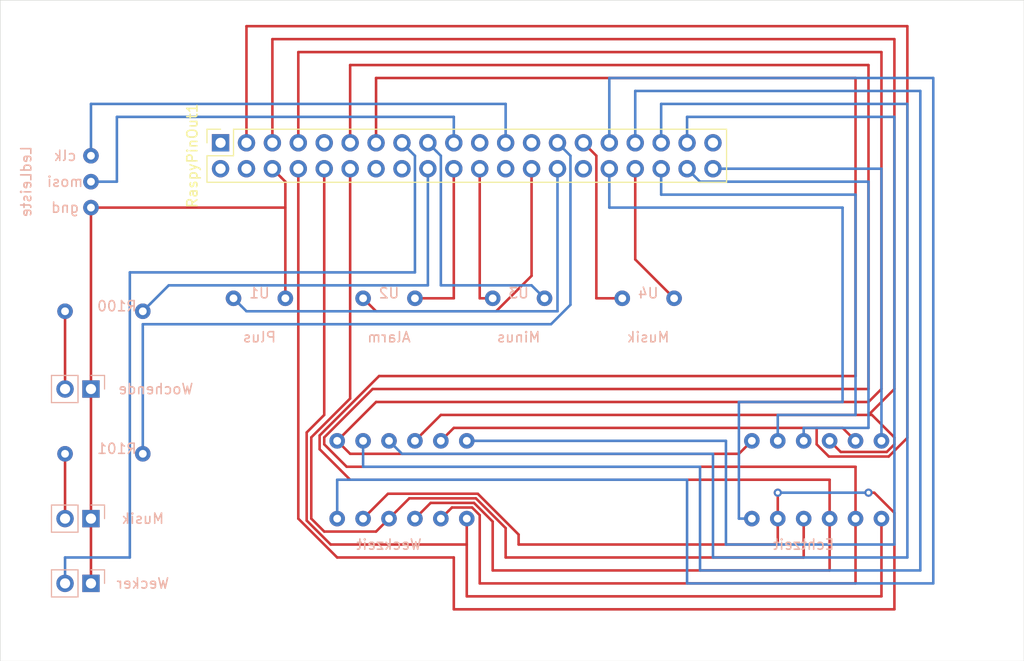
<source format=kicad_pcb>
(kicad_pcb (version 20171130) (host pcbnew 5.1.6)

  (general
    (thickness 1.6)
    (drawings 16)
    (tracks 211)
    (zones 0)
    (modules 13)
    (nets 36)
  )

  (page A4)
  (layers
    (0 F.Cu signal)
    (31 B.Cu signal)
    (32 B.Adhes user)
    (33 F.Adhes user)
    (34 B.Paste user)
    (35 F.Paste user)
    (36 B.SilkS user)
    (37 F.SilkS user)
    (38 B.Mask user)
    (39 F.Mask user)
    (40 Dwgs.User user)
    (41 Cmts.User user)
    (42 Eco1.User user)
    (43 Eco2.User user)
    (44 Edge.Cuts user)
    (45 Margin user)
    (46 B.CrtYd user)
    (47 F.CrtYd user)
    (48 B.Fab user)
    (49 F.Fab user)
  )

  (setup
    (last_trace_width 0.25)
    (trace_clearance 0.2)
    (zone_clearance 0.508)
    (zone_45_only no)
    (trace_min 0.2)
    (via_size 0.8)
    (via_drill 0.4)
    (via_min_size 0.4)
    (via_min_drill 0.3)
    (uvia_size 0.3)
    (uvia_drill 0.1)
    (uvias_allowed no)
    (uvia_min_size 0.2)
    (uvia_min_drill 0.1)
    (edge_width 0.05)
    (segment_width 0.2)
    (pcb_text_width 0.3)
    (pcb_text_size 1.5 1.5)
    (mod_edge_width 0.12)
    (mod_text_size 1 1)
    (mod_text_width 0.15)
    (pad_size 1.524 1.524)
    (pad_drill 0.762)
    (pad_to_mask_clearance 0.051)
    (solder_mask_min_width 0.25)
    (aux_axis_origin 0 0)
    (visible_elements FFFFFF7F)
    (pcbplotparams
      (layerselection 0x010fc_ffffffff)
      (usegerberextensions false)
      (usegerberattributes false)
      (usegerberadvancedattributes false)
      (creategerberjobfile false)
      (excludeedgelayer true)
      (linewidth 0.100000)
      (plotframeref false)
      (viasonmask false)
      (mode 1)
      (useauxorigin false)
      (hpglpennumber 1)
      (hpglpenspeed 20)
      (hpglpendiameter 15.000000)
      (psnegative false)
      (psa4output false)
      (plotreference true)
      (plotvalue true)
      (plotinvisibletext false)
      (padsonsilk false)
      (subtractmaskfromsilk false)
      (outputformat 1)
      (mirror false)
      (drillshape 0)
      (scaleselection 1)
      (outputdirectory ""))
  )

  (net 0 "")
  (net 1 "Net-(RaspyPinOut1-Pad40)")
  (net 2 "Net-(RaspyPinOut1-Pad38)")
  (net 3 "Net-(RaspyPinOut1-Pad36)")
  (net 4 "Net-(RaspyPinOut1-Pad32)")
  (net 5 "Net-(RaspyPinOut1-Pad29)")
  (net 6 "Net-(RaspyPinOut1-Pad28)")
  (net 7 "Net-(RaspyPinOut1-Pad26)")
  (net 8 "Net-(RaspyPinOut1-Pad24)")
  (net 9 "Net-(RaspyPinOut1-Pad22)")
  (net 10 "Net-(RaspyPinOut1-Pad21)")
  (net 11 "Net-(RaspyPinOut1-Pad17)")
  (net 12 "Net-(RaspyPinOut1-Pad16)")
  (net 13 "Net-(RaspyPinOut1-Pad15)")
  (net 14 "Net-(RaspyPinOut1-Pad4)")
  (net 15 "Net-(RaspyPinOut1-Pad2)")
  (net 16 "Net-(RaspyPinOut1-Pad1)")
  (net 17 "Net-(AlarmTime1-Pad12)")
  (net 18 "Net-(AlarmTime1-Pad11)")
  (net 19 "Net-(AlarmTime1-Pad10)")
  (net 20 "Net-(AlarmTime1-Pad9)")
  (net 21 "Net-(AlarmTime1-Pad8)")
  (net 22 "Net-(AlarmTime1-Pad7)")
  (net 23 "Net-(AlarmTime1-Pad6)")
  (net 24 "Net-(AlarmTime1-Pad5)")
  (net 25 "Net-(AlarmTime1-Pad4)")
  (net 26 "Net-(AlarmTime1-Pad3)")
  (net 27 "Net-(AlarmTime1-Pad2)")
  (net 28 "Net-(AlarmTime1-Pad1)")
  (net 29 "Net-(R101-Pad1)")
  (net 30 "Net-(R100-Pad2)")
  (net 31 "Net-(R100-Pad1)")
  (net 32 "Net-(R101-Pad2)")
  (net 33 /gnd)
  (net 34 /mosi)
  (net 35 /clk)

  (net_class Default "Dies ist die voreingestellte Netzklasse."
    (clearance 0.2)
    (trace_width 0.25)
    (via_dia 0.8)
    (via_drill 0.4)
    (uvia_dia 0.3)
    (uvia_drill 0.1)
    (add_net /clk)
    (add_net /gnd)
    (add_net /mosi)
    (add_net "Net-(AlarmTime1-Pad1)")
    (add_net "Net-(AlarmTime1-Pad10)")
    (add_net "Net-(AlarmTime1-Pad11)")
    (add_net "Net-(AlarmTime1-Pad12)")
    (add_net "Net-(AlarmTime1-Pad2)")
    (add_net "Net-(AlarmTime1-Pad3)")
    (add_net "Net-(AlarmTime1-Pad4)")
    (add_net "Net-(AlarmTime1-Pad5)")
    (add_net "Net-(AlarmTime1-Pad6)")
    (add_net "Net-(AlarmTime1-Pad7)")
    (add_net "Net-(AlarmTime1-Pad8)")
    (add_net "Net-(AlarmTime1-Pad9)")
    (add_net "Net-(R100-Pad1)")
    (add_net "Net-(R100-Pad2)")
    (add_net "Net-(R101-Pad1)")
    (add_net "Net-(R101-Pad2)")
    (add_net "Net-(RaspyPinOut1-Pad1)")
    (add_net "Net-(RaspyPinOut1-Pad15)")
    (add_net "Net-(RaspyPinOut1-Pad16)")
    (add_net "Net-(RaspyPinOut1-Pad17)")
    (add_net "Net-(RaspyPinOut1-Pad2)")
    (add_net "Net-(RaspyPinOut1-Pad21)")
    (add_net "Net-(RaspyPinOut1-Pad22)")
    (add_net "Net-(RaspyPinOut1-Pad24)")
    (add_net "Net-(RaspyPinOut1-Pad26)")
    (add_net "Net-(RaspyPinOut1-Pad28)")
    (add_net "Net-(RaspyPinOut1-Pad29)")
    (add_net "Net-(RaspyPinOut1-Pad32)")
    (add_net "Net-(RaspyPinOut1-Pad36)")
    (add_net "Net-(RaspyPinOut1-Pad38)")
    (add_net "Net-(RaspyPinOut1-Pad4)")
    (add_net "Net-(RaspyPinOut1-Pad40)")
  )

  (module alarm:button (layer B.Cu) (tedit 5EE3C19D) (tstamp 5EE42AB5)
    (at 133.35 76.2)
    (path /5EEECDFB)
    (fp_text reference U1 (at 0 -0.5) (layer B.SilkS)
      (effects (font (size 1 1) (thickness 0.15)) (justify mirror))
    )
    (fp_text value add (at 0 0.5) (layer B.Fab)
      (effects (font (size 1 1) (thickness 0.15)) (justify mirror))
    )
    (fp_line (start 5.08 -7.62) (end 5.08 2.54) (layer B.Fab) (width 0.12))
    (fp_line (start -5.08 -7.62) (end 5.08 -7.62) (layer B.Fab) (width 0.12))
    (fp_line (start -5.08 2.54) (end -5.08 -7.62) (layer B.Fab) (width 0.12))
    (fp_line (start 5.08 2.54) (end -5.08 2.54) (layer B.Fab) (width 0.12))
    (pad 1 thru_hole circle (at -2.54 0) (size 1.524 1.524) (drill 0.762) (layers *.Cu *.Mask)
      (net 6 "Net-(RaspyPinOut1-Pad28)"))
    (pad 2 thru_hole circle (at 2.54 0) (size 1.524 1.524) (drill 0.762) (layers *.Cu *.Mask)
      (net 33 /gnd))
  )

  (module Connector_PinSocket_2.54mm:PinSocket_1x02_P2.54mm_Vertical (layer B.Cu) (tedit 5A19A420) (tstamp 5EE42177)
    (at 116.84 104.14 90)
    (descr "Through hole straight socket strip, 1x02, 2.54mm pitch, single row (from Kicad 4.0.7), script generated")
    (tags "Through hole socket strip THT 1x02 2.54mm single row")
    (path /5EE895DD)
    (fp_text reference Wecker (at 0 5.08 180) (layer B.SilkS)
      (effects (font (size 1 1) (thickness 0.15)) (justify mirror))
    )
    (fp_text value LED (at 0 -5.31 90) (layer B.Fab)
      (effects (font (size 1 1) (thickness 0.15)) (justify mirror))
    )
    (fp_line (start -1.8 -4.3) (end -1.8 1.8) (layer B.CrtYd) (width 0.05))
    (fp_line (start 1.75 -4.3) (end -1.8 -4.3) (layer B.CrtYd) (width 0.05))
    (fp_line (start 1.75 1.8) (end 1.75 -4.3) (layer B.CrtYd) (width 0.05))
    (fp_line (start -1.8 1.8) (end 1.75 1.8) (layer B.CrtYd) (width 0.05))
    (fp_line (start 0 1.33) (end 1.33 1.33) (layer B.SilkS) (width 0.12))
    (fp_line (start 1.33 1.33) (end 1.33 0) (layer B.SilkS) (width 0.12))
    (fp_line (start 1.33 -1.27) (end 1.33 -3.87) (layer B.SilkS) (width 0.12))
    (fp_line (start -1.33 -3.87) (end 1.33 -3.87) (layer B.SilkS) (width 0.12))
    (fp_line (start -1.33 -1.27) (end -1.33 -3.87) (layer B.SilkS) (width 0.12))
    (fp_line (start -1.33 -1.27) (end 1.33 -1.27) (layer B.SilkS) (width 0.12))
    (fp_line (start -1.27 -3.81) (end -1.27 1.27) (layer B.Fab) (width 0.1))
    (fp_line (start 1.27 -3.81) (end -1.27 -3.81) (layer B.Fab) (width 0.1))
    (fp_line (start 1.27 0.635) (end 1.27 -3.81) (layer B.Fab) (width 0.1))
    (fp_line (start 0.635 1.27) (end 1.27 0.635) (layer B.Fab) (width 0.1))
    (fp_line (start -1.27 1.27) (end 0.635 1.27) (layer B.Fab) (width 0.1))
    (fp_text user %R (at 0 -1.27 180) (layer B.Fab)
      (effects (font (size 1 1) (thickness 0.15)) (justify mirror))
    )
    (pad 1 thru_hole rect (at 0 0 90) (size 1.7 1.7) (drill 1) (layers *.Cu *.Mask)
      (net 33 /gnd))
    (pad 2 thru_hole oval (at 0 -2.54 90) (size 1.7 1.7) (drill 1) (layers *.Cu *.Mask)
      (net 13 "Net-(RaspyPinOut1-Pad15)"))
    (model ${KISYS3DMOD}/Connector_PinSocket_2.54mm.3dshapes/PinSocket_1x02_P2.54mm_Vertical.wrl
      (at (xyz 0 0 0))
      (scale (xyz 1 1 1))
      (rotate (xyz 0 0 0))
    )
  )

  (module alarm:7_Segment_2841A (layer B.Cu) (tedit 5EE1ED76) (tstamp 5EE4218B)
    (at 146.05 95.25 180)
    (path /5EE3A0C5)
    (fp_text reference Weckzeit (at 0 -5.08) (layer B.SilkS)
      (effects (font (size 1 1) (thickness 0.15)) (justify mirror))
    )
    (fp_text value 7Segment_2841 (at 0 0.5 180) (layer B.Fab)
      (effects (font (size 1 1) (thickness 0.15)) (justify mirror))
    )
    (fp_line (start -17.78 -3.81) (end 15.24 -3.81) (layer B.Fab) (width 0.12))
    (fp_line (start 15.24 6.35) (end -17.78 6.35) (layer B.Fab) (width 0.12))
    (fp_line (start -17.78 6.35) (end -17.78 -3.81) (layer B.Fab) (width 0.12))
    (fp_line (start 15.24 -3.81) (end 15.24 6.35) (layer B.Fab) (width 0.12))
    (pad 12 thru_hole circle (at 5.08 5.08 180) (size 1.524 1.524) (drill 0.762) (layers *.Cu *.Mask)
      (net 17 "Net-(AlarmTime1-Pad12)"))
    (pad 11 thru_hole circle (at 2.54 5.08 180) (size 1.524 1.524) (drill 0.762) (layers *.Cu *.Mask)
      (net 18 "Net-(AlarmTime1-Pad11)"))
    (pad 10 thru_hole circle (at 0 5.08 180) (size 1.524 1.524) (drill 0.762) (layers *.Cu *.Mask)
      (net 19 "Net-(AlarmTime1-Pad10)"))
    (pad 9 thru_hole circle (at -2.54 5.08 180) (size 1.524 1.524) (drill 0.762) (layers *.Cu *.Mask)
      (net 20 "Net-(AlarmTime1-Pad9)"))
    (pad 8 thru_hole circle (at -5.08 5.08 180) (size 1.524 1.524) (drill 0.762) (layers *.Cu *.Mask)
      (net 21 "Net-(AlarmTime1-Pad8)"))
    (pad 7 thru_hole circle (at -7.62 5.08 180) (size 1.524 1.524) (drill 0.762) (layers *.Cu *.Mask)
      (net 22 "Net-(AlarmTime1-Pad7)"))
    (pad 6 thru_hole circle (at 5.08 -2.54 180) (size 1.524 1.524) (drill 0.762) (layers *.Cu *.Mask)
      (net 23 "Net-(AlarmTime1-Pad6)"))
    (pad 5 thru_hole circle (at 2.54 -2.54 180) (size 1.524 1.524) (drill 0.762) (layers *.Cu *.Mask)
      (net 24 "Net-(AlarmTime1-Pad5)"))
    (pad 4 thru_hole circle (at 0 -2.54 180) (size 1.524 1.524) (drill 0.762) (layers *.Cu *.Mask)
      (net 25 "Net-(AlarmTime1-Pad4)"))
    (pad 3 thru_hole circle (at -2.54 -2.54 180) (size 1.524 1.524) (drill 0.762) (layers *.Cu *.Mask)
      (net 26 "Net-(AlarmTime1-Pad3)"))
    (pad 2 thru_hole circle (at -5.08 -2.54 180) (size 1.524 1.524) (drill 0.762) (layers *.Cu *.Mask)
      (net 27 "Net-(AlarmTime1-Pad2)"))
    (pad 1 thru_hole circle (at -7.62 -2.54 180) (size 1.524 1.524) (drill 0.762) (layers *.Cu *.Mask)
      (net 28 "Net-(AlarmTime1-Pad1)"))
  )

  (module Connector_PinSocket_2.54mm:PinSocket_1x02_P2.54mm_Vertical (layer B.Cu) (tedit 5A19A420) (tstamp 5EE421A1)
    (at 116.84 97.79 90)
    (descr "Through hole straight socket strip, 1x02, 2.54mm pitch, single row (from Kicad 4.0.7), script generated")
    (tags "Through hole socket strip THT 1x02 2.54mm single row")
    (path /5EE880D1)
    (fp_text reference Musik (at 0 5.08 180) (layer B.SilkS)
      (effects (font (size 1 1) (thickness 0.15)) (justify mirror))
    )
    (fp_text value LED (at 0 -5.31 90) (layer B.Fab)
      (effects (font (size 1 1) (thickness 0.15)) (justify mirror))
    )
    (fp_line (start -1.8 -4.3) (end -1.8 1.8) (layer B.CrtYd) (width 0.05))
    (fp_line (start 1.75 -4.3) (end -1.8 -4.3) (layer B.CrtYd) (width 0.05))
    (fp_line (start 1.75 1.8) (end 1.75 -4.3) (layer B.CrtYd) (width 0.05))
    (fp_line (start -1.8 1.8) (end 1.75 1.8) (layer B.CrtYd) (width 0.05))
    (fp_line (start 0 1.33) (end 1.33 1.33) (layer B.SilkS) (width 0.12))
    (fp_line (start 1.33 1.33) (end 1.33 0) (layer B.SilkS) (width 0.12))
    (fp_line (start 1.33 -1.27) (end 1.33 -3.87) (layer B.SilkS) (width 0.12))
    (fp_line (start -1.33 -3.87) (end 1.33 -3.87) (layer B.SilkS) (width 0.12))
    (fp_line (start -1.33 -1.27) (end -1.33 -3.87) (layer B.SilkS) (width 0.12))
    (fp_line (start -1.33 -1.27) (end 1.33 -1.27) (layer B.SilkS) (width 0.12))
    (fp_line (start -1.27 -3.81) (end -1.27 1.27) (layer B.Fab) (width 0.1))
    (fp_line (start 1.27 -3.81) (end -1.27 -3.81) (layer B.Fab) (width 0.1))
    (fp_line (start 1.27 0.635) (end 1.27 -3.81) (layer B.Fab) (width 0.1))
    (fp_line (start 0.635 1.27) (end 1.27 0.635) (layer B.Fab) (width 0.1))
    (fp_line (start -1.27 1.27) (end 0.635 1.27) (layer B.Fab) (width 0.1))
    (fp_text user %R (at 0 -1.27 180) (layer B.Fab)
      (effects (font (size 1 1) (thickness 0.15)) (justify mirror))
    )
    (pad 1 thru_hole rect (at 0 0 90) (size 1.7 1.7) (drill 1) (layers *.Cu *.Mask)
      (net 33 /gnd))
    (pad 2 thru_hole oval (at 0 -2.54 90) (size 1.7 1.7) (drill 1) (layers *.Cu *.Mask)
      (net 29 "Net-(R101-Pad1)"))
    (model ${KISYS3DMOD}/Connector_PinSocket_2.54mm.3dshapes/PinSocket_1x02_P2.54mm_Vertical.wrl
      (at (xyz 0 0 0))
      (scale (xyz 1 1 1))
      (rotate (xyz 0 0 0))
    )
  )

  (module alarm:resistor (layer B.Cu) (tedit 5EE3C205) (tstamp 5EE421AB)
    (at 119.38 77.47)
    (path /5EECD52E)
    (fp_text reference R100 (at 0 -0.5) (layer B.SilkS)
      (effects (font (size 1 1) (thickness 0.15)) (justify mirror))
    )
    (fp_text value Resitor (at 0 5.08) (layer B.Fab)
      (effects (font (size 1 1) (thickness 0.15)) (justify mirror))
    )
    (fp_line (start -7.62 -2.54) (end 5.08 -2.54) (layer B.Fab) (width 0.12))
    (fp_line (start -7.62 2.54) (end -7.62 -2.54) (layer B.Fab) (width 0.12))
    (fp_line (start 5.08 2.54) (end -7.62 2.54) (layer B.Fab) (width 0.12))
    (fp_line (start 5.08 -2.54) (end 5.08 2.54) (layer B.Fab) (width 0.12))
    (pad 1 thru_hole circle (at -5.08 0) (size 1.524 1.524) (drill 0.762) (layers *.Cu *.Mask)
      (net 31 "Net-(R100-Pad1)"))
    (pad 2 thru_hole circle (at 2.54 0) (size 1.524 1.524) (drill 0.762) (layers *.Cu *.Mask)
      (net 30 "Net-(R100-Pad2)"))
  )

  (module alarm:resistor (layer B.Cu) (tedit 5EE3C205) (tstamp 5EE421B5)
    (at 119.38 91.44)
    (path /5EEE003A)
    (fp_text reference R101 (at 0 -0.5) (layer B.SilkS)
      (effects (font (size 1 1) (thickness 0.15)) (justify mirror))
    )
    (fp_text value Resitor (at 0 5.08 270) (layer B.Fab)
      (effects (font (size 1 1) (thickness 0.15)) (justify mirror))
    )
    (fp_line (start 5.08 -2.54) (end 5.08 2.54) (layer B.Fab) (width 0.12))
    (fp_line (start 5.08 2.54) (end -7.62 2.54) (layer B.Fab) (width 0.12))
    (fp_line (start -7.62 2.54) (end -7.62 -2.54) (layer B.Fab) (width 0.12))
    (fp_line (start -7.62 -2.54) (end 5.08 -2.54) (layer B.Fab) (width 0.12))
    (pad 2 thru_hole circle (at 2.54 0) (size 1.524 1.524) (drill 0.762) (layers *.Cu *.Mask)
      (net 32 "Net-(R101-Pad2)"))
    (pad 1 thru_hole circle (at -5.08 0) (size 1.524 1.524) (drill 0.762) (layers *.Cu *.Mask)
      (net 29 "Net-(R101-Pad1)"))
  )

  (module Connector_PinSocket_2.54mm:PinSocket_2x20_P2.54mm_Vertical (layer F.Cu) (tedit 5A19A433) (tstamp 5EE421F3)
    (at 129.54 60.96 90)
    (descr "Through hole straight socket strip, 2x20, 2.54mm pitch, double cols (from Kicad 4.0.7), script generated")
    (tags "Through hole socket strip THT 2x20 2.54mm double row")
    (path /5EDBD8F7)
    (fp_text reference RaspyPinOut1 (at -1.27 -2.77 90) (layer F.SilkS)
      (effects (font (size 1 1) (thickness 0.15)))
    )
    (fp_text value Raspberry_Pi_2_3 (at -1.27 51.03 90) (layer F.Fab)
      (effects (font (size 1 1) (thickness 0.15)))
    )
    (fp_line (start -4.34 50) (end -4.34 -1.8) (layer F.CrtYd) (width 0.05))
    (fp_line (start 1.76 50) (end -4.34 50) (layer F.CrtYd) (width 0.05))
    (fp_line (start 1.76 -1.8) (end 1.76 50) (layer F.CrtYd) (width 0.05))
    (fp_line (start -4.34 -1.8) (end 1.76 -1.8) (layer F.CrtYd) (width 0.05))
    (fp_line (start 0 -1.33) (end 1.33 -1.33) (layer F.SilkS) (width 0.12))
    (fp_line (start 1.33 -1.33) (end 1.33 0) (layer F.SilkS) (width 0.12))
    (fp_line (start -1.27 -1.33) (end -1.27 1.27) (layer F.SilkS) (width 0.12))
    (fp_line (start -1.27 1.27) (end 1.33 1.27) (layer F.SilkS) (width 0.12))
    (fp_line (start 1.33 1.27) (end 1.33 49.59) (layer F.SilkS) (width 0.12))
    (fp_line (start -3.87 49.59) (end 1.33 49.59) (layer F.SilkS) (width 0.12))
    (fp_line (start -3.87 -1.33) (end -3.87 49.59) (layer F.SilkS) (width 0.12))
    (fp_line (start -3.87 -1.33) (end -1.27 -1.33) (layer F.SilkS) (width 0.12))
    (fp_line (start -3.81 49.53) (end -3.81 -1.27) (layer F.Fab) (width 0.1))
    (fp_line (start 1.27 49.53) (end -3.81 49.53) (layer F.Fab) (width 0.1))
    (fp_line (start 1.27 -0.27) (end 1.27 49.53) (layer F.Fab) (width 0.1))
    (fp_line (start 0.27 -1.27) (end 1.27 -0.27) (layer F.Fab) (width 0.1))
    (fp_line (start -3.81 -1.27) (end 0.27 -1.27) (layer F.Fab) (width 0.1))
    (fp_text user %R (at -1.27 24.13) (layer F.Fab)
      (effects (font (size 1 1) (thickness 0.15)))
    )
    (pad 1 thru_hole rect (at 0 0 90) (size 1.7 1.7) (drill 1) (layers *.Cu *.Mask)
      (net 16 "Net-(RaspyPinOut1-Pad1)"))
    (pad 2 thru_hole oval (at -2.54 0 90) (size 1.7 1.7) (drill 1) (layers *.Cu *.Mask)
      (net 15 "Net-(RaspyPinOut1-Pad2)"))
    (pad 3 thru_hole oval (at 0 2.54 90) (size 1.7 1.7) (drill 1) (layers *.Cu *.Mask)
      (net 21 "Net-(AlarmTime1-Pad8)"))
    (pad 4 thru_hole oval (at -2.54 2.54 90) (size 1.7 1.7) (drill 1) (layers *.Cu *.Mask)
      (net 14 "Net-(RaspyPinOut1-Pad4)"))
    (pad 5 thru_hole oval (at 0 5.08 90) (size 1.7 1.7) (drill 1) (layers *.Cu *.Mask)
      (net 20 "Net-(AlarmTime1-Pad9)"))
    (pad 6 thru_hole oval (at -2.54 5.08 90) (size 1.7 1.7) (drill 1) (layers *.Cu *.Mask)
      (net 33 /gnd))
    (pad 7 thru_hole oval (at 0 7.62 90) (size 1.7 1.7) (drill 1) (layers *.Cu *.Mask)
      (net 17 "Net-(AlarmTime1-Pad12)"))
    (pad 8 thru_hole oval (at -2.54 7.62 90) (size 1.7 1.7) (drill 1) (layers *.Cu *.Mask)
      (net 24 "Net-(AlarmTime1-Pad5)"))
    (pad 9 thru_hole oval (at 0 10.16 90) (size 1.7 1.7) (drill 1) (layers *.Cu *.Mask)
      (net 33 /gnd))
    (pad 10 thru_hole oval (at -2.54 10.16 90) (size 1.7 1.7) (drill 1) (layers *.Cu *.Mask)
      (net 28 "Net-(AlarmTime1-Pad1)"))
    (pad 11 thru_hole oval (at 0 12.7 90) (size 1.7 1.7) (drill 1) (layers *.Cu *.Mask)
      (net 27 "Net-(AlarmTime1-Pad2)"))
    (pad 12 thru_hole oval (at -2.54 12.7 90) (size 1.7 1.7) (drill 1) (layers *.Cu *.Mask)
      (net 25 "Net-(AlarmTime1-Pad4)"))
    (pad 13 thru_hole oval (at 0 15.24 90) (size 1.7 1.7) (drill 1) (layers *.Cu *.Mask)
      (net 26 "Net-(AlarmTime1-Pad3)"))
    (pad 14 thru_hole oval (at -2.54 15.24 90) (size 1.7 1.7) (drill 1) (layers *.Cu *.Mask)
      (net 33 /gnd))
    (pad 15 thru_hole oval (at 0 17.78 90) (size 1.7 1.7) (drill 1) (layers *.Cu *.Mask)
      (net 13 "Net-(RaspyPinOut1-Pad15)"))
    (pad 16 thru_hole oval (at -2.54 17.78 90) (size 1.7 1.7) (drill 1) (layers *.Cu *.Mask)
      (net 12 "Net-(RaspyPinOut1-Pad16)"))
    (pad 17 thru_hole oval (at 0 20.32 90) (size 1.7 1.7) (drill 1) (layers *.Cu *.Mask)
      (net 11 "Net-(RaspyPinOut1-Pad17)"))
    (pad 18 thru_hole oval (at -2.54 20.32 90) (size 1.7 1.7) (drill 1) (layers *.Cu *.Mask)
      (net 30 "Net-(R100-Pad2)"))
    (pad 19 thru_hole oval (at 0 22.86 90) (size 1.7 1.7) (drill 1) (layers *.Cu *.Mask)
      (net 34 /mosi))
    (pad 20 thru_hole oval (at -2.54 22.86 90) (size 1.7 1.7) (drill 1) (layers *.Cu *.Mask)
      (net 33 /gnd))
    (pad 21 thru_hole oval (at 0 25.4 90) (size 1.7 1.7) (drill 1) (layers *.Cu *.Mask)
      (net 10 "Net-(RaspyPinOut1-Pad21)"))
    (pad 22 thru_hole oval (at -2.54 25.4 90) (size 1.7 1.7) (drill 1) (layers *.Cu *.Mask)
      (net 9 "Net-(RaspyPinOut1-Pad22)"))
    (pad 23 thru_hole oval (at 0 27.94 90) (size 1.7 1.7) (drill 1) (layers *.Cu *.Mask)
      (net 35 /clk))
    (pad 24 thru_hole oval (at -2.54 27.94 90) (size 1.7 1.7) (drill 1) (layers *.Cu *.Mask)
      (net 8 "Net-(RaspyPinOut1-Pad24)"))
    (pad 25 thru_hole oval (at 0 30.48 90) (size 1.7 1.7) (drill 1) (layers *.Cu *.Mask)
      (net 33 /gnd))
    (pad 26 thru_hole oval (at -2.54 30.48 90) (size 1.7 1.7) (drill 1) (layers *.Cu *.Mask)
      (net 7 "Net-(RaspyPinOut1-Pad26)"))
    (pad 27 thru_hole oval (at 0 33.02 90) (size 1.7 1.7) (drill 1) (layers *.Cu *.Mask)
      (net 32 "Net-(R101-Pad2)"))
    (pad 28 thru_hole oval (at -2.54 33.02 90) (size 1.7 1.7) (drill 1) (layers *.Cu *.Mask)
      (net 6 "Net-(RaspyPinOut1-Pad28)"))
    (pad 29 thru_hole oval (at 0 35.56 90) (size 1.7 1.7) (drill 1) (layers *.Cu *.Mask)
      (net 5 "Net-(RaspyPinOut1-Pad29)"))
    (pad 30 thru_hole oval (at -2.54 35.56 90) (size 1.7 1.7) (drill 1) (layers *.Cu *.Mask)
      (net 33 /gnd))
    (pad 31 thru_hole oval (at 0 38.1 90) (size 1.7 1.7) (drill 1) (layers *.Cu *.Mask)
      (net 23 "Net-(AlarmTime1-Pad6)"))
    (pad 32 thru_hole oval (at -2.54 38.1 90) (size 1.7 1.7) (drill 1) (layers *.Cu *.Mask)
      (net 4 "Net-(RaspyPinOut1-Pad32)"))
    (pad 33 thru_hole oval (at 0 40.64 90) (size 1.7 1.7) (drill 1) (layers *.Cu *.Mask)
      (net 18 "Net-(AlarmTime1-Pad11)"))
    (pad 34 thru_hole oval (at -2.54 40.64 90) (size 1.7 1.7) (drill 1) (layers *.Cu *.Mask)
      (net 33 /gnd))
    (pad 35 thru_hole oval (at 0 43.18 90) (size 1.7 1.7) (drill 1) (layers *.Cu *.Mask)
      (net 19 "Net-(AlarmTime1-Pad10)"))
    (pad 36 thru_hole oval (at -2.54 43.18 90) (size 1.7 1.7) (drill 1) (layers *.Cu *.Mask)
      (net 3 "Net-(RaspyPinOut1-Pad36)"))
    (pad 37 thru_hole oval (at 0 45.72 90) (size 1.7 1.7) (drill 1) (layers *.Cu *.Mask)
      (net 22 "Net-(AlarmTime1-Pad7)"))
    (pad 38 thru_hole oval (at -2.54 45.72 90) (size 1.7 1.7) (drill 1) (layers *.Cu *.Mask)
      (net 2 "Net-(RaspyPinOut1-Pad38)"))
    (pad 39 thru_hole oval (at 0 48.26 90) (size 1.7 1.7) (drill 1) (layers *.Cu *.Mask)
      (net 33 /gnd))
    (pad 40 thru_hole oval (at -2.54 48.26 90) (size 1.7 1.7) (drill 1) (layers *.Cu *.Mask)
      (net 1 "Net-(RaspyPinOut1-Pad40)"))
    (model ${KISYS3DMOD}/Connector_PinSocket_2.54mm.3dshapes/PinSocket_2x20_P2.54mm_Vertical.wrl
      (at (xyz 0 0 0))
      (scale (xyz 1 1 1))
      (rotate (xyz 0 0 0))
    )
  )

  (module alarm:7_Segment_2841A (layer B.Cu) (tedit 5EE1ED76) (tstamp 5EE42207)
    (at 186.69 95.25 180)
    (path /5EE3D7D4)
    (fp_text reference Echtzeit (at 0 -5.08) (layer B.SilkS)
      (effects (font (size 1 1) (thickness 0.15)) (justify mirror))
    )
    (fp_text value 7Segment_2841 (at 0 0.5) (layer B.Fab)
      (effects (font (size 1 1) (thickness 0.15)) (justify mirror))
    )
    (fp_line (start 15.24 -3.81) (end 15.24 6.35) (layer B.Fab) (width 0.12))
    (fp_line (start -17.78 6.35) (end -17.78 -3.81) (layer B.Fab) (width 0.12))
    (fp_line (start 15.24 6.35) (end -17.78 6.35) (layer B.Fab) (width 0.12))
    (fp_line (start -17.78 -3.81) (end 15.24 -3.81) (layer B.Fab) (width 0.12))
    (pad 1 thru_hole circle (at -7.62 -2.54 180) (size 1.524 1.524) (drill 0.762) (layers *.Cu *.Mask)
      (net 28 "Net-(AlarmTime1-Pad1)"))
    (pad 2 thru_hole circle (at -5.08 -2.54 180) (size 1.524 1.524) (drill 0.762) (layers *.Cu *.Mask)
      (net 27 "Net-(AlarmTime1-Pad2)"))
    (pad 3 thru_hole circle (at -2.54 -2.54 180) (size 1.524 1.524) (drill 0.762) (layers *.Cu *.Mask)
      (net 26 "Net-(AlarmTime1-Pad3)"))
    (pad 4 thru_hole circle (at 0 -2.54 180) (size 1.524 1.524) (drill 0.762) (layers *.Cu *.Mask)
      (net 25 "Net-(AlarmTime1-Pad4)"))
    (pad 5 thru_hole circle (at 2.54 -2.54 180) (size 1.524 1.524) (drill 0.762) (layers *.Cu *.Mask)
      (net 24 "Net-(AlarmTime1-Pad5)"))
    (pad 6 thru_hole circle (at 5.08 -2.54 180) (size 1.524 1.524) (drill 0.762) (layers *.Cu *.Mask)
      (net 4 "Net-(RaspyPinOut1-Pad32)"))
    (pad 7 thru_hole circle (at -7.62 5.08 180) (size 1.524 1.524) (drill 0.762) (layers *.Cu *.Mask)
      (net 1 "Net-(RaspyPinOut1-Pad40)"))
    (pad 8 thru_hole circle (at -5.08 5.08 180) (size 1.524 1.524) (drill 0.762) (layers *.Cu *.Mask)
      (net 21 "Net-(AlarmTime1-Pad8)"))
    (pad 9 thru_hole circle (at -2.54 5.08 180) (size 1.524 1.524) (drill 0.762) (layers *.Cu *.Mask)
      (net 20 "Net-(AlarmTime1-Pad9)"))
    (pad 10 thru_hole circle (at 0 5.08 180) (size 1.524 1.524) (drill 0.762) (layers *.Cu *.Mask)
      (net 2 "Net-(RaspyPinOut1-Pad38)"))
    (pad 11 thru_hole circle (at 2.54 5.08 180) (size 1.524 1.524) (drill 0.762) (layers *.Cu *.Mask)
      (net 3 "Net-(RaspyPinOut1-Pad36)"))
    (pad 12 thru_hole circle (at 5.08 5.08 180) (size 1.524 1.524) (drill 0.762) (layers *.Cu *.Mask)
      (net 17 "Net-(AlarmTime1-Pad12)"))
  )

  (module alarm:button (layer B.Cu) (tedit 5EE3C19D) (tstamp 5EE42AD0)
    (at 146.05 76.2)
    (path /5EEECE56)
    (fp_text reference U2 (at 0 -0.5) (layer B.SilkS)
      (effects (font (size 1 1) (thickness 0.15)) (justify mirror))
    )
    (fp_text value disable (at 0 0.5) (layer B.Fab)
      (effects (font (size 1 1) (thickness 0.15)) (justify mirror))
    )
    (fp_line (start 5.08 2.54) (end -5.08 2.54) (layer B.Fab) (width 0.12))
    (fp_line (start -5.08 2.54) (end -5.08 -7.62) (layer B.Fab) (width 0.12))
    (fp_line (start -5.08 -7.62) (end 5.08 -7.62) (layer B.Fab) (width 0.12))
    (fp_line (start 5.08 -7.62) (end 5.08 2.54) (layer B.Fab) (width 0.12))
    (pad 2 thru_hole circle (at 2.54 0) (size 1.524 1.524) (drill 0.762) (layers *.Cu *.Mask)
      (net 33 /gnd))
    (pad 1 thru_hole circle (at -2.54 0) (size 1.524 1.524) (drill 0.762) (layers *.Cu *.Mask)
      (net 7 "Net-(RaspyPinOut1-Pad26)"))
  )

  (module alarm:button (layer B.Cu) (tedit 5EE3C19D) (tstamp 5EE42B06)
    (at 158.75 76.2)
    (path /5EEED15A)
    (fp_text reference U3 (at 0 -0.5) (layer B.SilkS)
      (effects (font (size 1 1) (thickness 0.15)) (justify mirror))
    )
    (fp_text value minus (at 0 0.5) (layer B.Fab)
      (effects (font (size 1 1) (thickness 0.15)) (justify mirror))
    )
    (fp_line (start 5.08 -7.62) (end 5.08 2.54) (layer B.Fab) (width 0.12))
    (fp_line (start -5.08 -7.62) (end 5.08 -7.62) (layer B.Fab) (width 0.12))
    (fp_line (start -5.08 2.54) (end -5.08 -7.62) (layer B.Fab) (width 0.12))
    (fp_line (start 5.08 2.54) (end -5.08 2.54) (layer B.Fab) (width 0.12))
    (pad 1 thru_hole circle (at -2.54 0) (size 1.524 1.524) (drill 0.762) (layers *.Cu *.Mask)
      (net 9 "Net-(RaspyPinOut1-Pad22)"))
    (pad 2 thru_hole circle (at 2.54 0) (size 1.524 1.524) (drill 0.762) (layers *.Cu *.Mask)
      (net 11 "Net-(RaspyPinOut1-Pad17)"))
  )

  (module alarm:button (layer B.Cu) (tedit 5EE3C19D) (tstamp 5EE42AEB)
    (at 171.45 76.2)
    (path /5EEED3B6)
    (fp_text reference U4 (at 0 -0.5) (layer B.SilkS)
      (effects (font (size 1 1) (thickness 0.15)) (justify mirror))
    )
    (fp_text value music (at 0 0.5) (layer B.Fab)
      (effects (font (size 1 1) (thickness 0.15)) (justify mirror))
    )
    (fp_line (start 5.08 2.54) (end -5.08 2.54) (layer B.Fab) (width 0.12))
    (fp_line (start -5.08 2.54) (end -5.08 -7.62) (layer B.Fab) (width 0.12))
    (fp_line (start -5.08 -7.62) (end 5.08 -7.62) (layer B.Fab) (width 0.12))
    (fp_line (start 5.08 -7.62) (end 5.08 2.54) (layer B.Fab) (width 0.12))
    (pad 2 thru_hole circle (at 2.54 0) (size 1.524 1.524) (drill 0.762) (layers *.Cu *.Mask)
      (net 33 /gnd))
    (pad 1 thru_hole circle (at -2.54 0) (size 1.524 1.524) (drill 0.762) (layers *.Cu *.Mask)
      (net 5 "Net-(RaspyPinOut1-Pad29)"))
  )

  (module alarm:ledConnector (layer B.Cu) (tedit 5EE3CC29) (tstamp 5EE4308C)
    (at 116.84 62.23 90)
    (path /5EF3BC0F)
    (fp_text reference LedLeiste (at -2.54 -6.35 90) (layer B.SilkS)
      (effects (font (size 1 1) (thickness 0.15)) (justify mirror))
    )
    (fp_text value LedConnector (at 0 0.5 90) (layer B.Fab)
      (effects (font (size 1 1) (thickness 0.15)) (justify mirror))
    )
    (pad 1 thru_hole circle (at -5.08 0 90) (size 1.524 1.524) (drill 0.762) (layers *.Cu *.Mask)
      (net 33 /gnd))
    (pad 2 thru_hole circle (at -2.54 0 90) (size 1.524 1.524) (drill 0.762) (layers *.Cu *.Mask)
      (net 34 /mosi))
    (pad 3 thru_hole circle (at 0 0 90) (size 1.524 1.524) (drill 0.762) (layers *.Cu *.Mask)
      (net 35 /clk))
  )

  (module Connector_PinSocket_2.54mm:PinSocket_1x02_P2.54mm_Vertical (layer B.Cu) (tedit 5A19A420) (tstamp 5EE4224C)
    (at 116.84 85.09 90)
    (descr "Through hole straight socket strip, 1x02, 2.54mm pitch, single row (from Kicad 4.0.7), script generated")
    (tags "Through hole socket strip THT 1x02 2.54mm single row")
    (path /5EE8920A)
    (fp_text reference Wochende (at 0 6.35) (layer B.SilkS)
      (effects (font (size 1 1) (thickness 0.15)) (justify mirror))
    )
    (fp_text value LED (at 0 -5.31 270) (layer B.Fab)
      (effects (font (size 1 1) (thickness 0.15)) (justify mirror))
    )
    (fp_line (start -1.27 1.27) (end 0.635 1.27) (layer B.Fab) (width 0.1))
    (fp_line (start 0.635 1.27) (end 1.27 0.635) (layer B.Fab) (width 0.1))
    (fp_line (start 1.27 0.635) (end 1.27 -3.81) (layer B.Fab) (width 0.1))
    (fp_line (start 1.27 -3.81) (end -1.27 -3.81) (layer B.Fab) (width 0.1))
    (fp_line (start -1.27 -3.81) (end -1.27 1.27) (layer B.Fab) (width 0.1))
    (fp_line (start -1.33 -1.27) (end 1.33 -1.27) (layer B.SilkS) (width 0.12))
    (fp_line (start -1.33 -1.27) (end -1.33 -3.87) (layer B.SilkS) (width 0.12))
    (fp_line (start -1.33 -3.87) (end 1.33 -3.87) (layer B.SilkS) (width 0.12))
    (fp_line (start 1.33 -1.27) (end 1.33 -3.87) (layer B.SilkS) (width 0.12))
    (fp_line (start 1.33 1.33) (end 1.33 0) (layer B.SilkS) (width 0.12))
    (fp_line (start 0 1.33) (end 1.33 1.33) (layer B.SilkS) (width 0.12))
    (fp_line (start -1.8 1.8) (end 1.75 1.8) (layer B.CrtYd) (width 0.05))
    (fp_line (start 1.75 1.8) (end 1.75 -4.3) (layer B.CrtYd) (width 0.05))
    (fp_line (start 1.75 -4.3) (end -1.8 -4.3) (layer B.CrtYd) (width 0.05))
    (fp_line (start -1.8 -4.3) (end -1.8 1.8) (layer B.CrtYd) (width 0.05))
    (fp_text user %R (at 0 -1.27) (layer B.Fab)
      (effects (font (size 1 1) (thickness 0.15)) (justify mirror))
    )
    (pad 2 thru_hole oval (at 0 -2.54 90) (size 1.7 1.7) (drill 1) (layers *.Cu *.Mask)
      (net 31 "Net-(R100-Pad1)"))
    (pad 1 thru_hole rect (at 0 0 90) (size 1.7 1.7) (drill 1) (layers *.Cu *.Mask)
      (net 33 /gnd))
    (model ${KISYS3DMOD}/Connector_PinSocket_2.54mm.3dshapes/PinSocket_1x02_P2.54mm_Vertical.wrl
      (at (xyz 0 0 0))
      (scale (xyz 1 1 1))
      (rotate (xyz 0 0 0))
    )
  )

  (gr_line (start 107.95 111.76) (end 208.28 111.76) (layer Edge.Cuts) (width 0.05) (tstamp 5F4B8268))
  (gr_line (start 107.95 46.99) (end 107.95 111.76) (layer Edge.Cuts) (width 0.05))
  (gr_line (start 208.28 46.99) (end 107.95 46.99) (layer Edge.Cuts) (width 0.05))
  (gr_line (start 208.28 111.76) (end 208.28 46.99) (layer Edge.Cuts) (width 0.05))
  (gr_text gnd (at 114.3 67.31) (layer B.SilkS)
    (effects (font (size 1 1) (thickness 0.15)) (justify mirror))
  )
  (gr_text clk (at 114.3 62.23) (layer B.SilkS)
    (effects (font (size 1 1) (thickness 0.15)) (justify mirror))
  )
  (gr_text mosi (at 114.3 64.77) (layer B.SilkS)
    (effects (font (size 1 1) (thickness 0.15)) (justify mirror))
  )
  (gr_text Plus (at 133.35 80.01) (layer B.SilkS)
    (effects (font (size 1 1) (thickness 0.15)) (justify mirror))
  )
  (gr_text Minus (at 158.75 80.01) (layer B.SilkS)
    (effects (font (size 1 1) (thickness 0.15)) (justify mirror))
  )
  (gr_text Alarm (at 146.05 80.01) (layer B.SilkS)
    (effects (font (size 1 1) (thickness 0.15)) (justify mirror))
  )
  (gr_text Musik (at 171.45 80.01) (layer B.SilkS)
    (effects (font (size 1 1) (thickness 0.15)) (justify mirror))
  )
  (gr_line (start 208.28 111.76) (end 208.28 110.49) (layer F.CrtYd) (width 0.05) (tstamp 5EE43951))
  (gr_line (start 107.95 111.76) (end 208.28 111.76) (layer F.CrtYd) (width 0.05))
  (gr_line (start 208.28 46.99) (end 208.28 110.49) (layer F.CrtYd) (width 0.05))
  (gr_line (start 107.95 46.99) (end 107.95 111.76) (layer F.CrtYd) (width 0.05))
  (gr_line (start 208.28 46.99) (end 107.95 46.99) (layer F.CrtYd) (width 0.05))

  (segment (start 194.31 90.17) (end 194.31 63.5) (width 0.25) (layer B.Cu) (net 1))
  (segment (start 194.31 63.5) (end 177.8 63.5) (width 0.25) (layer B.Cu) (net 1))
  (segment (start 193.04 88.9) (end 186.69 88.9) (width 0.25) (layer B.Cu) (net 2))
  (segment (start 193.04 64.77) (end 193.04 88.9) (width 0.25) (layer B.Cu) (net 2))
  (segment (start 175.26 63.5) (end 176.53 64.77) (width 0.25) (layer B.Cu) (net 2))
  (segment (start 186.69 88.9) (end 186.69 90.17) (width 0.25) (layer B.Cu) (net 2))
  (segment (start 176.53 64.77) (end 193.04 64.77) (width 0.25) (layer B.Cu) (net 2))
  (segment (start 184.15 90.17) (end 184.15 87.63) (width 0.25) (layer B.Cu) (net 3))
  (segment (start 184.15 87.63) (end 191.77 87.63) (width 0.25) (layer B.Cu) (net 3))
  (segment (start 191.77 87.63) (end 191.77 66.04) (width 0.25) (layer B.Cu) (net 3))
  (segment (start 191.77 66.04) (end 172.72 66.04) (width 0.25) (layer B.Cu) (net 3))
  (segment (start 172.72 66.04) (end 172.72 63.5) (width 0.25) (layer B.Cu) (net 3))
  (segment (start 181.61 97.79) (end 180.34 97.79) (width 0.25) (layer B.Cu) (net 4))
  (segment (start 180.34 97.79) (end 180.34 86.36) (width 0.25) (layer B.Cu) (net 4))
  (segment (start 180.34 86.36) (end 190.5 86.36) (width 0.25) (layer B.Cu) (net 4))
  (segment (start 190.5 86.36) (end 190.5 67.31) (width 0.25) (layer B.Cu) (net 4))
  (segment (start 190.5 67.31) (end 167.64 67.31) (width 0.25) (layer B.Cu) (net 4))
  (segment (start 167.64 67.31) (end 167.64 63.5) (width 0.25) (layer B.Cu) (net 4))
  (segment (start 165.1 60.96) (end 166.37 62.23) (width 0.25) (layer F.Cu) (net 5))
  (segment (start 166.37 62.23) (end 166.37 76.2) (width 0.25) (layer F.Cu) (net 5))
  (segment (start 166.37 76.2) (end 168.91 76.2) (width 0.25) (layer F.Cu) (net 5))
  (segment (start 162.56 63.5) (end 162.56 77.47) (width 0.25) (layer B.Cu) (net 6))
  (segment (start 131.571999 76.961999) (end 130.81 76.2) (width 0.25) (layer B.Cu) (net 6))
  (segment (start 132.08 77.47) (end 131.571999 76.961999) (width 0.25) (layer B.Cu) (net 6))
  (segment (start 162.56 77.47) (end 132.08 77.47) (width 0.25) (layer B.Cu) (net 6))
  (segment (start 160.02 73.998762) (end 160.02 64.702081) (width 0.25) (layer F.Cu) (net 7))
  (segment (start 156.548762 77.47) (end 160.02 73.998762) (width 0.25) (layer F.Cu) (net 7))
  (segment (start 144.78 77.47) (end 156.548762 77.47) (width 0.25) (layer F.Cu) (net 7))
  (segment (start 160.02 64.702081) (end 160.02 63.5) (width 0.25) (layer F.Cu) (net 7))
  (segment (start 143.51 76.2) (end 144.78 77.47) (width 0.25) (layer F.Cu) (net 7))
  (segment (start 156.21 76.2) (end 154.94 76.2) (width 0.25) (layer F.Cu) (net 9))
  (segment (start 154.94 76.2) (end 154.94 63.5) (width 0.25) (layer F.Cu) (net 9))
  (segment (start 161.29 76.2) (end 160.02 74.93) (width 0.25) (layer B.Cu) (net 11))
  (segment (start 160.02 74.93) (end 151.13 74.93) (width 0.25) (layer B.Cu) (net 11))
  (segment (start 150.709999 61.809999) (end 149.86 60.96) (width 0.25) (layer B.Cu) (net 11))
  (segment (start 151.13 62.23) (end 150.709999 61.809999) (width 0.25) (layer B.Cu) (net 11))
  (segment (start 151.13 74.93) (end 151.13 62.23) (width 0.25) (layer B.Cu) (net 11))
  (segment (start 148.169999 61.809999) (end 147.32 60.96) (width 0.25) (layer B.Cu) (net 13))
  (segment (start 148.59 62.23) (end 148.169999 61.809999) (width 0.25) (layer B.Cu) (net 13))
  (segment (start 114.3 104.14) (end 114.3 101.6) (width 0.25) (layer B.Cu) (net 13))
  (segment (start 114.3 101.6) (end 120.65 101.6) (width 0.25) (layer B.Cu) (net 13))
  (segment (start 120.65 73.66) (end 148.59 73.66) (width 0.25) (layer B.Cu) (net 13))
  (segment (start 120.65 101.6) (end 120.65 73.66) (width 0.25) (layer B.Cu) (net 13) (tstamp 5EE441FC))
  (segment (start 148.59 73.66) (end 148.59 62.23) (width 0.25) (layer B.Cu) (net 13))
  (segment (start 180.848001 90.931999) (end 181.61 90.17) (width 0.25) (layer F.Cu) (net 17))
  (segment (start 180.34 91.44) (end 180.848001 90.931999) (width 0.25) (layer F.Cu) (net 17))
  (segment (start 142.24 91.44) (end 180.34 91.44) (width 0.25) (layer F.Cu) (net 17))
  (segment (start 140.97 90.17) (end 142.24 91.44) (width 0.25) (layer F.Cu) (net 17))
  (segment (start 140.97 90.17) (end 144.78 86.36) (width 0.25) (layer F.Cu) (net 17))
  (segment (start 144.78 86.36) (end 193.04 86.36) (width 0.25) (layer F.Cu) (net 17))
  (segment (start 193.04 86.36) (end 194.31 85.09) (width 0.25) (layer F.Cu) (net 17))
  (segment (start 194.31 85.09) (end 194.31 52.07) (width 0.25) (layer F.Cu) (net 17))
  (segment (start 194.31 52.07) (end 137.16 52.07) (width 0.25) (layer F.Cu) (net 17))
  (segment (start 137.16 52.07) (end 137.16 60.96) (width 0.25) (layer F.Cu) (net 17))
  (segment (start 170.18 60.96) (end 170.18 55.88) (width 0.25) (layer B.Cu) (net 18))
  (segment (start 170.18 55.88) (end 198.12 55.88) (width 0.25) (layer B.Cu) (net 18))
  (segment (start 198.12 55.88) (end 198.12 102.87) (width 0.25) (layer B.Cu) (net 18))
  (segment (start 198.12 102.87) (end 176.53 102.87) (width 0.25) (layer B.Cu) (net 18))
  (segment (start 176.53 102.87) (end 176.53 92.71) (width 0.25) (layer B.Cu) (net 18))
  (segment (start 176.53 92.71) (end 143.51 92.71) (width 0.25) (layer B.Cu) (net 18))
  (segment (start 143.51 92.71) (end 143.51 90.17) (width 0.25) (layer B.Cu) (net 18))
  (segment (start 172.72 57.15) (end 172.72 60.96) (width 0.25) (layer B.Cu) (net 19))
  (segment (start 196.85 57.15) (end 172.72 57.15) (width 0.25) (layer B.Cu) (net 19))
  (segment (start 147.32 91.44) (end 177.8 91.44) (width 0.25) (layer B.Cu) (net 19))
  (segment (start 146.05 90.17) (end 147.32 91.44) (width 0.25) (layer B.Cu) (net 19))
  (segment (start 177.8 91.44) (end 177.8 101.6) (width 0.25) (layer B.Cu) (net 19))
  (segment (start 177.8 101.6) (end 196.85 101.6) (width 0.25) (layer B.Cu) (net 19))
  (segment (start 196.85 101.6) (end 196.85 57.15) (width 0.25) (layer B.Cu) (net 19))
  (segment (start 194.831761 91.257001) (end 195.58 90.508762) (width 0.25) (layer F.Cu) (net 20))
  (segment (start 189.23 90.17) (end 190.317001 91.257001) (width 0.25) (layer F.Cu) (net 20))
  (segment (start 190.317001 91.257001) (end 194.831761 91.257001) (width 0.25) (layer F.Cu) (net 20))
  (segment (start 195.58 89.831238) (end 193.378762 87.63) (width 0.25) (layer F.Cu) (net 20))
  (segment (start 195.58 90.508762) (end 195.58 89.831238) (width 0.25) (layer F.Cu) (net 20))
  (segment (start 149.351999 89.408001) (end 148.59 90.17) (width 0.25) (layer F.Cu) (net 20))
  (segment (start 151.13 87.63) (end 149.351999 89.408001) (width 0.25) (layer F.Cu) (net 20))
  (segment (start 193.04 87.63) (end 151.13 87.63) (width 0.25) (layer F.Cu) (net 20))
  (segment (start 193.378762 87.63) (end 193.04 87.63) (width 0.25) (layer F.Cu) (net 20))
  (segment (start 134.62 50.8) (end 134.62 60.96) (width 0.25) (layer F.Cu) (net 20))
  (segment (start 195.58 50.8) (end 134.62 50.8) (width 0.25) (layer F.Cu) (net 20))
  (segment (start 193.04 87.63) (end 195.58 85.09) (width 0.25) (layer F.Cu) (net 20))
  (segment (start 195.58 85.09) (end 195.58 50.8) (width 0.25) (layer F.Cu) (net 20))
  (segment (start 151.891999 89.408001) (end 151.13 90.17) (width 0.25) (layer F.Cu) (net 21))
  (segment (start 152.4 88.9) (end 151.891999 89.408001) (width 0.25) (layer F.Cu) (net 21))
  (segment (start 191.77 90.17) (end 190.5 88.9) (width 0.25) (layer F.Cu) (net 21))
  (segment (start 190.5 88.9) (end 187.96 88.9) (width 0.25) (layer F.Cu) (net 21))
  (segment (start 187.96 88.9) (end 152.4 88.9) (width 0.25) (layer F.Cu) (net 21))
  (segment (start 196.85 89.875172) (end 195.018161 91.707011) (width 0.25) (layer F.Cu) (net 21))
  (segment (start 187.96 90.508762) (end 187.96 88.9) (width 0.25) (layer F.Cu) (net 21))
  (segment (start 132.08 60.96) (end 132.08 49.53) (width 0.25) (layer F.Cu) (net 21))
  (segment (start 195.018161 91.707011) (end 189.158249 91.707011) (width 0.25) (layer F.Cu) (net 21))
  (segment (start 189.158249 91.707011) (end 187.96 90.508762) (width 0.25) (layer F.Cu) (net 21))
  (segment (start 196.85 49.53) (end 196.85 89.875172) (width 0.25) (layer F.Cu) (net 21))
  (segment (start 132.08 49.53) (end 196.85 49.53) (width 0.25) (layer F.Cu) (net 21))
  (segment (start 175.26 58.42) (end 195.58 58.42) (width 0.25) (layer B.Cu) (net 22))
  (segment (start 179.07 90.17) (end 153.67 90.17) (width 0.25) (layer B.Cu) (net 22))
  (segment (start 175.26 60.96) (end 175.26 58.42) (width 0.25) (layer B.Cu) (net 22))
  (segment (start 195.58 58.42) (end 195.58 100.33) (width 0.25) (layer B.Cu) (net 22))
  (segment (start 195.58 100.33) (end 179.07 100.33) (width 0.25) (layer B.Cu) (net 22))
  (segment (start 179.07 100.33) (end 179.07 90.17) (width 0.25) (layer B.Cu) (net 22))
  (segment (start 140.97 97.79) (end 140.97 93.98) (width 0.25) (layer B.Cu) (net 23))
  (segment (start 140.97 93.98) (end 175.26 93.98) (width 0.25) (layer B.Cu) (net 23))
  (segment (start 175.26 93.98) (end 175.26 104.14) (width 0.25) (layer B.Cu) (net 23))
  (segment (start 175.26 104.14) (end 199.39 104.14) (width 0.25) (layer B.Cu) (net 23))
  (segment (start 199.39 104.14) (end 199.39 54.61) (width 0.25) (layer B.Cu) (net 23))
  (segment (start 199.39 54.61) (end 167.64 54.61) (width 0.25) (layer B.Cu) (net 23))
  (segment (start 167.64 54.61) (end 167.64 60.96) (width 0.25) (layer B.Cu) (net 23))
  (segment (start 154.750962 95.352972) (end 158.75 99.35201) (width 0.25) (layer F.Cu) (net 24))
  (segment (start 143.51 97.79) (end 145.947029 95.352971) (width 0.25) (layer F.Cu) (net 24))
  (segment (start 145.947029 95.352971) (end 154.750962 95.352972) (width 0.25) (layer F.Cu) (net 24))
  (segment (start 158.75 99.35201) (end 158.75 100.33) (width 0.25) (layer F.Cu) (net 24))
  (segment (start 158.75 100.33) (end 184.15 100.33) (width 0.25) (layer F.Cu) (net 24))
  (segment (start 184.15 100.33) (end 184.15 97.79) (width 0.25) (layer F.Cu) (net 24))
  (segment (start 184.15 97.79) (end 184.15 95.25) (width 0.25) (layer F.Cu) (net 24))
  (segment (start 184.15 95.25) (end 184.15 95.25) (width 0.25) (layer F.Cu) (net 24) (tstamp 5EE437CD))
  (via (at 184.15 95.25) (size 0.8) (drill 0.4) (layers F.Cu B.Cu) (net 24))
  (segment (start 184.15 95.25) (end 193.04 95.25) (width 0.25) (layer B.Cu) (net 24))
  (segment (start 193.04 95.25) (end 193.04 95.25) (width 0.25) (layer B.Cu) (net 24) (tstamp 5EE437E8))
  (via (at 193.04 95.25) (size 0.8) (drill 0.4) (layers F.Cu B.Cu) (net 24))
  (segment (start 193.605685 95.25) (end 195.58 97.224315) (width 0.25) (layer F.Cu) (net 24))
  (segment (start 193.04 95.25) (end 193.605685 95.25) (width 0.25) (layer F.Cu) (net 24))
  (segment (start 195.58 97.224315) (end 195.58 106.68) (width 0.25) (layer F.Cu) (net 24))
  (segment (start 195.58 106.68) (end 152.4 106.68) (width 0.25) (layer F.Cu) (net 24))
  (segment (start 152.4 106.68) (end 152.4 101.6) (width 0.25) (layer F.Cu) (net 24))
  (segment (start 137.16 64.702081) (end 137.16 63.5) (width 0.25) (layer F.Cu) (net 24))
  (segment (start 137.16 97.79282) (end 137.16 64.702081) (width 0.25) (layer F.Cu) (net 24))
  (segment (start 140.96718 101.6) (end 137.16 97.79282) (width 0.25) (layer F.Cu) (net 24))
  (segment (start 152.4 101.6) (end 140.96718 101.6) (width 0.25) (layer F.Cu) (net 24))
  (segment (start 186.69 97.79) (end 186.69 101.6) (width 0.25) (layer F.Cu) (net 25))
  (segment (start 186.69 101.6) (end 157.48 101.6) (width 0.25) (layer F.Cu) (net 25))
  (segment (start 146.811999 97.028001) (end 146.05 97.79) (width 0.25) (layer F.Cu) (net 25))
  (segment (start 148.037019 95.802981) (end 146.811999 97.028001) (width 0.25) (layer F.Cu) (net 25))
  (segment (start 154.564561 95.802981) (end 148.037019 95.802981) (width 0.25) (layer F.Cu) (net 25))
  (segment (start 157.48 98.718418) (end 154.564561 95.802981) (width 0.25) (layer F.Cu) (net 25))
  (segment (start 157.48 101.6) (end 157.48 98.718418) (width 0.25) (layer F.Cu) (net 25))
  (segment (start 144.78 99.06) (end 139.7 99.06) (width 0.25) (layer F.Cu) (net 25))
  (segment (start 146.05 97.79) (end 144.78 99.06) (width 0.25) (layer F.Cu) (net 25))
  (segment (start 139.7 99.06) (end 138.43 97.79) (width 0.25) (layer F.Cu) (net 25))
  (segment (start 142.24 64.702081) (end 142.24 63.5) (width 0.25) (layer F.Cu) (net 25))
  (segment (start 142.24 86.018418) (end 142.24 64.702081) (width 0.25) (layer F.Cu) (net 25))
  (segment (start 138.43 89.828418) (end 142.24 86.018418) (width 0.25) (layer F.Cu) (net 25))
  (segment (start 138.43 97.79) (end 138.43 89.828418) (width 0.25) (layer F.Cu) (net 25))
  (segment (start 154.378162 96.25299) (end 156.21 98.084828) (width 0.25) (layer F.Cu) (net 26))
  (segment (start 148.59 97.79) (end 150.127011 96.252989) (width 0.25) (layer F.Cu) (net 26))
  (segment (start 150.127011 96.252989) (end 154.378162 96.25299) (width 0.25) (layer F.Cu) (net 26))
  (segment (start 156.21 98.084828) (end 156.21 102.87) (width 0.25) (layer F.Cu) (net 26))
  (segment (start 156.21 102.87) (end 189.23 102.87) (width 0.25) (layer F.Cu) (net 26))
  (segment (start 189.23 102.87) (end 189.23 97.79) (width 0.25) (layer F.Cu) (net 26))
  (segment (start 144.78 60.96) (end 144.78 54.61) (width 0.25) (layer F.Cu) (net 26))
  (segment (start 144.78 54.61) (end 191.77 54.61) (width 0.25) (layer F.Cu) (net 26))
  (segment (start 191.77 54.61) (end 191.77 83.82) (width 0.25) (layer F.Cu) (net 26))
  (segment (start 139.24999 89.644838) (end 139.24999 90.98999) (width 0.25) (layer F.Cu) (net 26))
  (segment (start 191.77 83.82) (end 145.074828 83.82) (width 0.25) (layer F.Cu) (net 26))
  (segment (start 145.074828 83.82) (end 139.24999 89.644838) (width 0.25) (layer F.Cu) (net 26))
  (segment (start 139.24999 90.98999) (end 142.24 93.98) (width 0.25) (layer F.Cu) (net 26))
  (segment (start 142.24 93.98) (end 189.23 93.98) (width 0.25) (layer F.Cu) (net 26))
  (segment (start 189.23 93.98) (end 189.23 97.79) (width 0.25) (layer F.Cu) (net 26))
  (segment (start 191.77 97.79) (end 191.77 104.14) (width 0.25) (layer F.Cu) (net 27))
  (segment (start 191.77 104.14) (end 154.94 104.14) (width 0.25) (layer F.Cu) (net 27))
  (segment (start 151.891999 97.028001) (end 151.13 97.79) (width 0.25) (layer F.Cu) (net 27))
  (segment (start 152.217001 96.702999) (end 151.891999 97.028001) (width 0.25) (layer F.Cu) (net 27))
  (segment (start 154.191761 96.702999) (end 152.217001 96.702999) (width 0.25) (layer F.Cu) (net 27))
  (segment (start 154.94 97.451238) (end 154.191761 96.702999) (width 0.25) (layer F.Cu) (net 27))
  (segment (start 154.94 104.14) (end 154.94 97.451238) (width 0.25) (layer F.Cu) (net 27))
  (segment (start 191.77 97.79) (end 191.77 92.71) (width 0.25) (layer F.Cu) (net 27))
  (segment (start 141.901238 92.71) (end 139.7 90.508762) (width 0.25) (layer F.Cu) (net 27))
  (segment (start 191.77 92.71) (end 141.901238 92.71) (width 0.25) (layer F.Cu) (net 27))
  (segment (start 139.7 89.831238) (end 144.441238 85.09) (width 0.25) (layer F.Cu) (net 27))
  (segment (start 139.7 90.508762) (end 139.7 89.831238) (width 0.25) (layer F.Cu) (net 27))
  (segment (start 144.441238 85.09) (end 193.04 85.09) (width 0.25) (layer F.Cu) (net 27))
  (segment (start 193.04 85.09) (end 193.04 53.34) (width 0.25) (layer F.Cu) (net 27))
  (segment (start 193.04 53.34) (end 142.24 53.34) (width 0.25) (layer F.Cu) (net 27))
  (segment (start 142.24 53.34) (end 142.24 60.96) (width 0.25) (layer F.Cu) (net 27))
  (segment (start 153.67 105.41) (end 194.31 105.41) (width 0.25) (layer F.Cu) (net 28))
  (segment (start 194.31 105.41) (end 194.31 97.79) (width 0.25) (layer F.Cu) (net 28))
  (segment (start 137.97999 97.9764) (end 137.97999 89.35001) (width 0.25) (layer F.Cu) (net 28))
  (segment (start 140.33359 100.33) (end 137.97999 97.9764) (width 0.25) (layer F.Cu) (net 28))
  (segment (start 153.67 100.33) (end 153.67 105.41) (width 0.25) (layer F.Cu) (net 28))
  (segment (start 153.67 100.33) (end 140.33359 100.33) (width 0.25) (layer F.Cu) (net 28))
  (segment (start 153.67 97.79) (end 153.67 100.33) (width 0.25) (layer F.Cu) (net 28))
  (segment (start 139.7 64.702081) (end 139.7 63.5) (width 0.25) (layer F.Cu) (net 28))
  (segment (start 139.7 87.63) (end 139.7 64.702081) (width 0.25) (layer F.Cu) (net 28))
  (segment (start 137.97999 89.35001) (end 139.7 87.63) (width 0.25) (layer F.Cu) (net 28))
  (segment (start 114.3 91.44) (end 114.3 97.79) (width 0.25) (layer F.Cu) (net 29))
  (segment (start 149.86 63.5) (end 149.86 74.93) (width 0.25) (layer B.Cu) (net 30))
  (segment (start 124.46 74.93) (end 122.681999 76.708001) (width 0.25) (layer B.Cu) (net 30))
  (segment (start 122.681999 76.708001) (end 121.92 77.47) (width 0.25) (layer B.Cu) (net 30))
  (segment (start 149.86 74.93) (end 124.46 74.93) (width 0.25) (layer B.Cu) (net 30))
  (segment (start 114.3 85.09) (end 114.3 77.47) (width 0.25) (layer F.Cu) (net 31))
  (segment (start 121.92 78.74) (end 121.92 91.44) (width 0.25) (layer B.Cu) (net 32))
  (segment (start 163.83 76.83641) (end 161.92641 78.74) (width 0.25) (layer B.Cu) (net 32))
  (segment (start 161.92641 78.74) (end 121.92 78.74) (width 0.25) (layer B.Cu) (net 32))
  (segment (start 162.56 60.96) (end 163.83 62.23) (width 0.25) (layer B.Cu) (net 32))
  (segment (start 163.83 62.23) (end 163.83 76.83641) (width 0.25) (layer B.Cu) (net 32))
  (segment (start 116.84 85.09) (end 116.84 97.79) (width 0.25) (layer F.Cu) (net 33))
  (segment (start 116.84 97.79) (end 116.84 104.14) (width 0.25) (layer F.Cu) (net 33))
  (segment (start 116.84 85.09) (end 116.84 67.31) (width 0.25) (layer F.Cu) (net 33))
  (segment (start 173.99 76.2) (end 170.18 72.39) (width 0.25) (layer F.Cu) (net 33))
  (segment (start 170.18 72.39) (end 170.18 63.5) (width 0.25) (layer F.Cu) (net 33))
  (segment (start 148.59 76.2) (end 152.4 76.2) (width 0.25) (layer F.Cu) (net 33))
  (segment (start 152.4 76.2) (end 152.4 63.5) (width 0.25) (layer F.Cu) (net 33))
  (segment (start 135.469999 64.349999) (end 134.62 63.5) (width 0.25) (layer F.Cu) (net 33))
  (segment (start 135.89 64.77) (end 135.469999 64.349999) (width 0.25) (layer F.Cu) (net 33))
  (segment (start 135.89 76.2) (end 135.89 64.77) (width 0.25) (layer F.Cu) (net 33))
  (segment (start 116.84 67.31) (end 135.89 67.31) (width 0.25) (layer F.Cu) (net 33))
  (segment (start 152.4 60.96) (end 152.4 58.42) (width 0.25) (layer B.Cu) (net 34))
  (segment (start 152.4 58.42) (end 119.38 58.42) (width 0.25) (layer B.Cu) (net 34))
  (segment (start 119.38 58.42) (end 119.38 64.77) (width 0.25) (layer B.Cu) (net 34))
  (segment (start 119.38 64.77) (end 116.84 64.77) (width 0.25) (layer B.Cu) (net 34))
  (segment (start 116.84 62.23) (end 116.84 57.15) (width 0.25) (layer B.Cu) (net 35))
  (segment (start 116.84 57.15) (end 157.48 57.15) (width 0.25) (layer B.Cu) (net 35))
  (segment (start 157.48 57.15) (end 157.48 60.96) (width 0.25) (layer B.Cu) (net 35))

)

</source>
